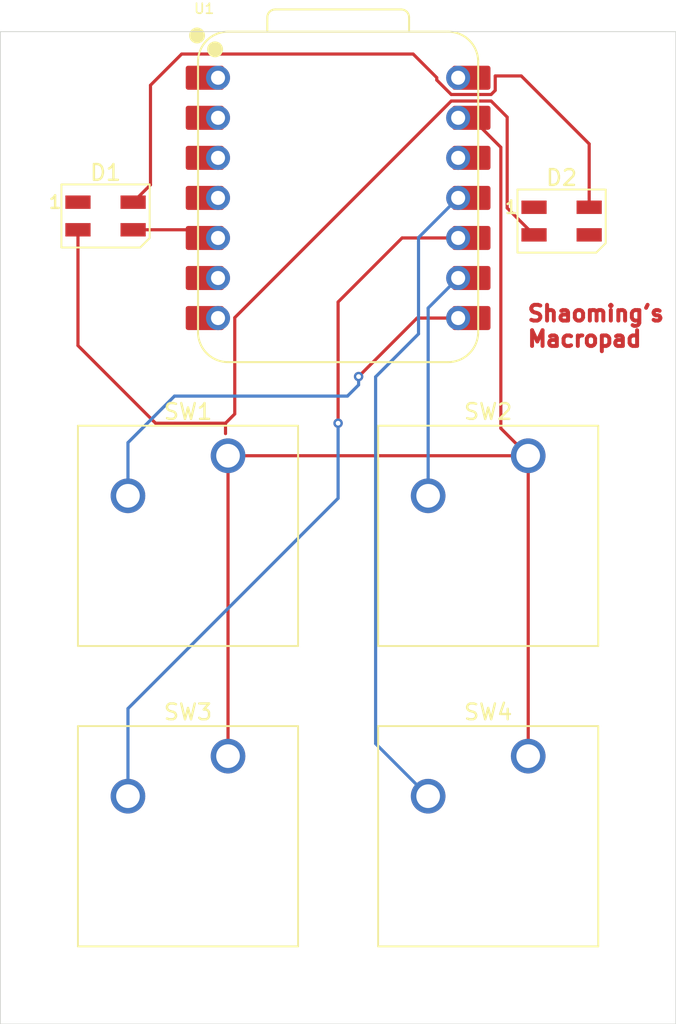
<source format=kicad_pcb>
(kicad_pcb (version 20241229) (generator "pcbnew") (generator_version "9.0")
  (layers (0 "F.Cu" signal) (2 "B.Cu" signal) (13 "F.Paste" user) (15 "B.Paste" user) (5 "F.SilkS" user "F.Silkscreen") (7 "B.SilkS" user "B.Silkscreen") (1 "F.Mask" user) (3 "B.Mask" user) (25 "Edge.Cuts" user))
  (net 0 "")
  (net 1 "Net-(D1-DIN)")
  (net 2 "Net-(D1-VDD)")
  (net 4 "Net-(D1-VSS)")
  (net 7 "Net-(U1-GPIO1{slash}RX)")
  (net 8 "GND")
  (net 9 "Net-(U1-GPIO2{slash}SCK)")
  (net 10 "Net-(U1-GPIO4{slash}MISO)")
  (net 11 "Net-(U1-GPIO3{slash}MOSI)")
  (net 18 "+5V")
  (footprint "LED_SMD:LED_SK6812MINI_PLCC4_3.5x3.5mm_P1.75mm" (layer "F.Cu") (at 149.91511 44.331686)
    (property "Reference" "D2" (at 0 -2.75 0) (layer "F.SilkS"))
    (property "Value" "SK6812MINI")
    (fp_line (start -2.8 -2) (end -2.8 2) (stroke (width 0.12)) (layer "F.SilkS"))
    (fp_line (start -2.8 -2) (end 2.8 -2) (stroke (width 0.12)) (layer "F.SilkS"))
    (fp_line (start -2.8 2) (end 2.2 2) (stroke (width 0.12)) (layer "F.SilkS"))
    (fp_line (start 2.8 1.4) (end 2.2 2) (stroke (width 0.12)) (layer "F.SilkS"))
    (fp_line (start 2.8 1.4) (end 2.8 -2) (stroke (width 0.12)) (layer "F.SilkS"))
    (fp_text user "1" (at -3.2 -0.875 0) (layer "F.SilkS") (effects (font (size 0.8 0.8))))
    (pad "1" smd rect (at -1.75 -0.875) (size 1.6 0.85) (layers "F.Cu" "F.Mask" "F.Paste"))
    (pad "2" smd rect (at -1.75 0.875) (size 1.6 0.85) (layers "F.Cu" "F.Mask" "F.Paste") (net 4 "Net-(D1-VSS)"))
    (pad "3" smd rect (at 1.75 0.875) (size 1.6 0.85) (layers "F.Cu" "F.Mask" "F.Paste"))
    (pad "4" smd rect (at 1.75 -0.875) (size 1.6 0.85) (layers "F.Cu" "F.Mask" "F.Paste") (net 2 "Net-(D1-VDD)"))
  )
  (footprint "LED_SMD:LED_SK6812MINI_PLCC4_3.5x3.5mm_P1.75mm" (layer "F.Cu") (at 120.973195 44.008801)
    (property "Reference" "D1" (at 0 -2.75 0) (layer "F.SilkS"))
    (property "Value" "SK6812MINI")
    (fp_line (start -2.8 -2) (end -2.8 2) (stroke (width 0.12)) (layer "F.SilkS"))
    (fp_line (start -2.8 -2) (end 2.8 -2) (stroke (width 0.12)) (layer "F.SilkS"))
    (fp_line (start -2.8 2) (end 2.2 2) (stroke (width 0.12)) (layer "F.SilkS"))
    (fp_line (start 2.8 1.4) (end 2.2 2) (stroke (width 0.12)) (layer "F.SilkS"))
    (fp_line (start 2.8 1.4) (end 2.8 -2) (stroke (width 0.12)) (layer "F.SilkS"))
    (fp_text user "1" (at -3.2 -0.875 0) (layer "F.SilkS") (effects (font (size 0.8 0.8))))
    (pad "1" smd rect (at -1.75 -0.875) (size 1.6 0.85) (layers "F.Cu" "F.Mask" "F.Paste"))
    (pad "2" smd rect (at -1.75 0.875) (size 1.6 0.85) (layers "F.Cu" "F.Mask" "F.Paste") (net 4 "Net-(D1-VSS)"))
    (pad "3" smd rect (at 1.75 0.875) (size 1.6 0.85) (layers "F.Cu" "F.Mask" "F.Paste") (net 1 "Net-(D1-DIN)"))
    (pad "4" smd rect (at 1.75 -0.875) (size 1.6 0.85) (layers "F.Cu" "F.Mask" "F.Paste") (net 2 "Net-(D1-VDD)"))
  )
  (footprint "Button_Switch_Keyboard:SW_Cherry_MX_1.00u_PCB" (layer "F.Cu") (at 128.74625 59.21375)
    (property "Reference" "SW1" (at -2.54 -2.794 0) (layer "F.SilkS"))
    (property "Value" "SW_Push")
    (fp_line (start -9.525 -1.905) (end 4.445 -1.905) (stroke (width 0.12)) (layer "F.SilkS"))
    (fp_line (start -9.525 12.065) (end -9.525 -1.905) (stroke (width 0.12)) (layer "F.SilkS"))
    (fp_line (start 4.445 -1.905) (end 4.445 12.065) (stroke (width 0.12)) (layer "F.SilkS"))
    (fp_line (start 4.445 12.065) (end -9.525 12.065) (stroke (width 0.12)) (layer "F.SilkS"))
    (pad "" np_thru_hole circle (at -7.62 5.08) (size 1.7 1.7) (drill 1.7) (layers "*.Cu" "*.Mask"))
    (pad "" np_thru_hole circle (at -2.54 5.08) (size 4 4) (drill 4) (layers "*.Cu" "*.Mask"))
    (pad "" np_thru_hole circle (at 2.54 5.08) (size 1.7 1.7) (drill 1.7) (layers "*.Cu" "*.Mask"))
    (pad "1" thru_hole circle (at 0 0) (size 2.2 2.2) (drill 1.5) (layers "*.Cu" "*.Mask") (net 8 "GND"))
    (pad "2" thru_hole circle (at -6.35 2.54) (size 2.2 2.2) (drill 1.5) (layers "*.Cu" "*.Mask") (net 7 "Net-(U1-GPIO1{slash}RX)"))
  )
  (footprint "Button_Switch_Keyboard:SW_Cherry_MX_1.00u_PCB" (layer "F.Cu") (at 147.79625 59.21375)
    (property "Reference" "SW2" (at -2.54 -2.794 0) (layer "F.SilkS"))
    (property "Value" "SW_Push")
    (fp_line (start -9.525 -1.905) (end 4.445 -1.905) (stroke (width 0.12)) (layer "F.SilkS"))
    (fp_line (start -9.525 12.065) (end -9.525 -1.905) (stroke (width 0.12)) (layer "F.SilkS"))
    (fp_line (start 4.445 -1.905) (end 4.445 12.065) (stroke (width 0.12)) (layer "F.SilkS"))
    (fp_line (start 4.445 12.065) (end -9.525 12.065) (stroke (width 0.12)) (layer "F.SilkS"))
    (pad "" np_thru_hole circle (at -7.62 5.08) (size 1.7 1.7) (drill 1.7) (layers "*.Cu" "*.Mask"))
    (pad "" np_thru_hole circle (at -2.54 5.08) (size 4 4) (drill 4) (layers "*.Cu" "*.Mask"))
    (pad "" np_thru_hole circle (at 2.54 5.08) (size 1.7 1.7) (drill 1.7) (layers "*.Cu" "*.Mask"))
    (pad "1" thru_hole circle (at 0 0) (size 2.2 2.2) (drill 1.5) (layers "*.Cu" "*.Mask") (net 8 "GND"))
    (pad "2" thru_hole circle (at -6.35 2.54) (size 2.2 2.2) (drill 1.5) (layers "*.Cu" "*.Mask") (net 9 "Net-(U1-GPIO2{slash}SCK)"))
  )
  (footprint "Button_Switch_Keyboard:SW_Cherry_MX_1.00u_PCB" (layer "F.Cu") (at 128.74625 78.26375)
    (property "Reference" "SW3" (at -2.54 -2.794 0) (layer "F.SilkS"))
    (property "Value" "SW_Push")
    (fp_line (start -9.525 -1.905) (end 4.445 -1.905) (stroke (width 0.12)) (layer "F.SilkS"))
    (fp_line (start -9.525 12.065) (end -9.525 -1.905) (stroke (width 0.12)) (layer "F.SilkS"))
    (fp_line (start 4.445 -1.905) (end 4.445 12.065) (stroke (width 0.12)) (layer "F.SilkS"))
    (fp_line (start 4.445 12.065) (end -9.525 12.065) (stroke (width 0.12)) (layer "F.SilkS"))
    (pad "" np_thru_hole circle (at -7.62 5.08) (size 1.7 1.7) (drill 1.7) (layers "*.Cu" "*.Mask"))
    (pad "" np_thru_hole circle (at -2.54 5.08) (size 4 4) (drill 4) (layers "*.Cu" "*.Mask"))
    (pad "" np_thru_hole circle (at 2.54 5.08) (size 1.7 1.7) (drill 1.7) (layers "*.Cu" "*.Mask"))
    (pad "1" thru_hole circle (at 0 0) (size 2.2 2.2) (drill 1.5) (layers "*.Cu" "*.Mask") (net 8 "GND"))
    (pad "2" thru_hole circle (at -6.35 2.54) (size 2.2 2.2) (drill 1.5) (layers "*.Cu" "*.Mask") (net 10 "Net-(U1-GPIO4{slash}MISO)"))
  )
  (footprint "OPL Library:XIAO-RP2040-DIP" (layer "F.Cu") (at 135.73125 42.8625)
    (property "Reference" "U1" (at -8.5 -12 0) (layer "F.SilkS") (effects (font (size 0.635 0.635) (thickness 0.1016))))
    (property "Value" "XIAO-RP2040-DIP")
    (fp_line (start -8.89 8.509) (end -8.89 -8.636) (stroke (width 0.127)) (layer "F.SilkS"))
    (fp_line (start -6.985 10.414) (end 6.985 10.414) (stroke (width 0.127)) (layer "F.SilkS"))
    (fp_line (start -4.495 -10.541) (end -4.491272 -11.451272) (stroke (width 0.127)) (layer "F.SilkS"))
    (fp_line (start -3.991272 -11.951) (end 4.004 -11.951) (stroke (width 0.127)) (layer "F.SilkS"))
    (fp_line (start 4.504 -11.451) (end 4.504 -10.541) (stroke (width 0.127)) (layer "F.SilkS"))
    (fp_line (start 6.985 -10.541) (end -6.985 -10.541) (stroke (width 0.1)) (layer "F.SilkS"))
    (fp_line (start 6.985 -10.541) (end -6.985 -10.541) (stroke (width 0.127)) (layer "F.SilkS"))
    (fp_line (start 8.89 8.509) (end 8.89 -8.636) (stroke (width 0.127)) (layer "F.SilkS"))
    (fp_arc (start -8.89 -8.636) (mid -8.332038 -9.983038) (end -6.985 -10.541) (stroke (width 0.127)) (layer "F.SilkS"))
    (fp_arc (start -6.985 10.414) (mid -8.332038 9.856038) (end -8.89 8.509) (stroke (width 0.127)) (layer "F.SilkS"))
    (fp_arc (start -4.491272 -11.451272) (mid -4.344728 -11.80464) (end -3.991272 -11.951) (stroke (width 0.127)) (layer "F.SilkS"))
    (fp_arc (start 4.004 -11.951) (mid 4.357553 -11.804553) (end 4.504 -11.451) (stroke (width 0.127)) (layer "F.SilkS"))
    (fp_arc (start 6.985 -10.541) (mid 8.332038 -9.983038) (end 8.89 -8.636) (stroke (width 0.127)) (layer "F.SilkS"))
    (fp_arc (start 8.89 8.509) (mid 8.332038 9.856038) (end 6.985 10.414) (stroke (width 0.127)) (layer "F.SilkS"))
    (fp_circle (center -8.95 -10.3) (end -8.95 -10.554) (stroke (width 0.5)) (fill yes) (layer "F.SilkS"))
    (fp_circle (center -7.807 -9.42) (end -7.807 -9.674) (stroke (width 0.5)) (fill yes) (layer "F.SilkS"))
    (pad "1" smd roundrect (at -8.455 -7.62 180) (size 2.432 1.524) (layers "F.Cu" "F.Mask") (roundrect_rratio 0.1))
    (pad "1" thru_hole circle (at -7.62 -7.62 180) (size 1.524 1.524) (drill 0.889) (layers "*.Cu" "*.Mask"))
    (pad "2" smd roundrect (at -8.455 -5.08 180) (size 2.432 1.524) (layers "F.Cu" "F.Mask") (roundrect_rratio 0.1))
    (pad "2" thru_hole circle (at -7.62 -5.08 180) (size 1.524 1.524) (drill 0.889) (layers "*.Cu" "*.Mask"))
    (pad "3" smd roundrect (at -8.455 -2.54 180) (size 2.432 1.524) (layers "F.Cu" "F.Mask") (roundrect_rratio 0.1))
    (pad "3" thru_hole circle (at -7.62 -2.54 180) (size 1.524 1.524) (drill 0.889) (layers "*.Cu" "*.Mask"))
    (pad "4" smd roundrect (at -8.455 0 180) (size 2.432 1.524) (layers "F.Cu" "F.Mask") (roundrect_rratio 0.1))
    (pad "4" thru_hole circle (at -7.62 0 180) (size 1.524 1.524) (drill 0.889) (layers "*.Cu" "*.Mask"))
    (pad "5" smd roundrect (at -8.455 2.54 180) (size 2.432 1.524) (layers "F.Cu" "F.Mask") (roundrect_rratio 0.1) (net 1 "Net-(D1-DIN)"))
    (pad "5" thru_hole circle (at -7.62 2.54 180) (size 1.524 1.524) (drill 0.889) (layers "*.Cu" "*.Mask") (net 1 "Net-(D1-DIN)"))
    (pad "6" smd roundrect (at -8.455 5.08 180) (size 2.432 1.524) (layers "F.Cu" "F.Mask") (roundrect_rratio 0.1))
    (pad "6" thru_hole circle (at -7.62 5.08 180) (size 1.524 1.524) (drill 0.889) (layers "*.Cu" "*.Mask"))
    (pad "7" smd roundrect (at -8.455 7.62 180) (size 2.432 1.524) (layers "F.Cu" "F.Mask") (roundrect_rratio 0.1))
    (pad "7" thru_hole circle (at -7.62 7.62 180) (size 1.524 1.524) (drill 0.889) (layers "*.Cu" "*.Mask"))
    (pad "8" thru_hole circle (at 7.62 7.62) (size 1.524 1.524) (drill 0.889) (layers "*.Cu" "*.Mask") (net 7 "Net-(U1-GPIO1{slash}RX)"))
    (pad "8" smd roundrect (at 8.455 7.62) (size 2.432 1.524) (layers "F.Cu" "F.Mask") (roundrect_rratio 0.1) (net 7 "Net-(U1-GPIO1{slash}RX)"))
    (pad "9" thru_hole circle (at 7.62 5.08) (size 1.524 1.524) (drill 0.889) (layers "*.Cu" "*.Mask") (net 9 "Net-(U1-GPIO2{slash}SCK)"))
    (pad "9" smd roundrect (at 8.455 5.08) (size 2.432 1.524) (layers "F.Cu" "F.Mask") (roundrect_rratio 0.1) (net 9 "Net-(U1-GPIO2{slash}SCK)"))
    (pad "10" thru_hole circle (at 7.62 2.54) (size 1.524 1.524) (drill 0.889) (layers "*.Cu" "*.Mask") (net 10 "Net-(U1-GPIO4{slash}MISO)"))
    (pad "10" smd roundrect (at 8.455 2.54) (size 2.432 1.524) (layers "F.Cu" "F.Mask") (roundrect_rratio 0.1) (net 10 "Net-(U1-GPIO4{slash}MISO)"))
    (pad "11" thru_hole circle (at 7.62 0) (size 1.524 1.524) (drill 0.889) (layers "*.Cu" "*.Mask") (net 11 "Net-(U1-GPIO3{slash}MOSI)"))
    (pad "11" smd roundrect (at 8.455 0) (size 2.432 1.524) (layers "F.Cu" "F.Mask") (roundrect_rratio 0.1) (net 11 "Net-(U1-GPIO3{slash}MOSI)"))
    (pad "12" thru_hole circle (at 7.62 -2.54) (size 1.524 1.524) (drill 0.889) (layers "*.Cu" "*.Mask"))
    (pad "12" smd roundrect (at 8.455 -2.54) (size 2.432 1.524) (layers "F.Cu" "F.Mask") (roundrect_rratio 0.1))
    (pad "13" thru_hole circle (at 7.62 -5.08) (size 1.524 1.524) (drill 0.889) (layers "*.Cu" "*.Mask") (net 8 "GND"))
    (pad "13" smd roundrect (at 8.455 -5.08) (size 2.432 1.524) (layers "F.Cu" "F.Mask") (roundrect_rratio 0.1) (net 8 "GND"))
    (pad "14" thru_hole circle (at 7.62 -7.62) (size 1.524 1.524) (drill 0.889) (layers "*.Cu" "*.Mask") (net 18 "+5V"))
    (pad "14" smd roundrect (at 8.455 -7.62) (size 2.432 1.524) (layers "F.Cu" "F.Mask") (roundrect_rratio 0.1) (net 18 "+5V"))
  )
  (footprint "Button_Switch_Keyboard:SW_Cherry_MX_1.00u_PCB" (layer "F.Cu") (at 147.79625 78.26375)
    (property "Reference" "SW4" (at -2.54 -2.794 0) (layer "F.SilkS"))
    (property "Value" "SW_Push")
    (fp_line (start -9.525 -1.905) (end 4.445 -1.905) (stroke (width 0.12)) (layer "F.SilkS"))
    (fp_line (start -9.525 12.065) (end -9.525 -1.905) (stroke (width 0.12)) (layer "F.SilkS"))
    (fp_line (start 4.445 -1.905) (end 4.445 12.065) (stroke (width 0.12)) (layer "F.SilkS"))
    (fp_line (start 4.445 12.065) (end -9.525 12.065) (stroke (width 0.12)) (layer "F.SilkS"))
    (pad "" np_thru_hole circle (at -7.62 5.08) (size 1.7 1.7) (drill 1.7) (layers "*.Cu" "*.Mask"))
    (pad "" np_thru_hole circle (at -2.54 5.08) (size 4 4) (drill 4) (layers "*.Cu" "*.Mask"))
    (pad "" np_thru_hole circle (at 2.54 5.08) (size 1.7 1.7) (drill 1.7) (layers "*.Cu" "*.Mask"))
    (pad "1" thru_hole circle (at 0 0) (size 2.2 2.2) (drill 1.5) (layers "*.Cu" "*.Mask") (net 8 "GND"))
    (pad "2" thru_hole circle (at -6.35 2.54) (size 2.2 2.2) (drill 1.5) (layers "*.Cu" "*.Mask") (net 11 "Net-(U1-GPIO3{slash}MOSI)"))
  )
  (gr_rect (start 114.3 32.320004) (end 157.1625 95.25) (stroke (width 0.05)) (fill no) (layer "Edge.Cuts"))
  (gr_text "Shaoming's\nMacropad" (at 147.6375 52.3875 0) (layer "F.Cu") (effects (font (size 1 1) (thickness 0.25) (bold yes)) (justify left bottom)))
  (segment (start 127.592551 44.883801) (end 128.11125 45.4025) (width 0.2) (layer "F.Cu") (net 1))
  (segment (start 122.723195 44.883801) (end 127.592551 44.883801) (width 0.2) (layer "F.Cu") (net 1))
  (segment (start 123.825 42.031996) (end 122.723195 43.133801) (width 0.2) (layer "F.Cu") (net 2))
  (segment (start 151.66511 39.437455) (end 147.355674 35.128019) (width 0.2) (layer "F.Cu") (net 2))
  (segment (start 123.825 35.71875) (end 123.825 42.031996) (width 0.2) (layer "F.Cu") (net 2))
  (segment (start 141.994033 35.388593) (end 141.994033 35.238783) (width 0.2) (layer "F.Cu") (net 2))
  (segment (start 145.70325 35.128019) (end 145.70325 36.044126) (width 0.2) (layer "F.Cu") (net 2))
  (segment (start 141.994033 35.238783) (end 140.49375 33.7385) (width 0.2) (layer "F.Cu") (net 2))
  (segment (start 147.355674 35.128019) (end 145.70325 35.128019) (width 0.2) (layer "F.Cu") (net 2))
  (segment (start 145.70325 36.044126) (end 145.441876 36.3055) (width 0.2) (layer "F.Cu") (net 2))
  (segment (start 142.91094 36.3055) (end 141.994033 35.388593) (width 0.2) (layer "F.Cu") (net 2))
  (segment (start 125.80525 33.7385) (end 123.825 35.71875) (width 0.2) (layer "F.Cu") (net 2))
  (segment (start 140.49375 33.7385) (end 125.80525 33.7385) (width 0.2) (layer "F.Cu") (net 2))
  (segment (start 145.441876 36.3055) (end 142.91094 36.3055) (width 0.2) (layer "F.Cu") (net 2))
  (segment (start 151.66511 43.456686) (end 151.66511 39.437455) (width 0.2) (layer "F.Cu") (net 2))
  (segment (start 146.46121 43.502786) (end 146.46121 37.738834) (width 0.2) (layer "F.Cu") (net 4))
  (segment (start 145.441876 36.7195) (end 142.91094 36.7195) (width 0.2) (layer "F.Cu") (net 4))
  (segment (start 119.223195 52.226805) (end 124.14639 57.15) (width 0.2) (layer "F.Cu") (net 4))
  (segment (start 119.223195 44.883801) (end 119.223195 52.226805) (width 0.2) (layer "F.Cu") (net 4))
  (segment (start 142.91094 36.7195) (end 129.17425 50.45619) (width 0.2) (layer "F.Cu") (net 4))
  (segment (start 129.17425 56.56325) (end 128.5875 57.15) (width 0.2) (layer "F.Cu") (net 4))
  (segment (start 146.46121 37.738834) (end 145.441876 36.7195) (width 0.2) (layer "F.Cu") (net 4))
  (segment (start 128.5875 57.15) (end 128.5875 57.81275) (width 0.2) (layer "F.Cu") (net 4))
  (segment (start 124.14639 57.15) (end 128.5875 57.15) (width 0.2) (layer "F.Cu") (net 4))
  (segment (start 148.16511 45.206686) (end 146.46121 43.502786) (width 0.2) (layer "F.Cu") (net 4))
  (segment (start 148.16511 45.206686) (end 148.19725 45.238826) (width 0.2) (layer "F.Cu") (net 4))
  (segment (start 129.17425 50.45619) (end 129.17425 56.56325) (width 0.2) (layer "F.Cu") (net 4))
  (segment (start 140.742897 50.4825) (end 143.35125 50.4825) (width 0.2) (layer "F.Cu") (net 7))
  (segment (start 137.033103 54.192294) (end 140.742897 50.4825) (width 0.2) (layer "F.Cu") (net 7))
  (via (at 137.033103 54.192294) (size 0.6) (drill 0.3) (layers "F.Cu" "B.Cu") (net 7))
  (segment (start 122.39625 61.75375) (end 122.39625 58.383443) (width 0.2) (layer "B.Cu") (net 7))
  (segment (start 122.39625 58.383443) (end 125.349136 55.430557) (width 0.2) (layer "B.Cu") (net 7))
  (segment (start 136.325799 55.430557) (end 137.033103 54.723253) (width 0.2) (layer "B.Cu") (net 7))
  (segment (start 125.349136 55.430557) (end 136.325799 55.430557) (width 0.2) (layer "B.Cu") (net 7))
  (segment (start 137.033103 54.723253) (end 137.033103 54.192294) (width 0.2) (layer "B.Cu") (net 7))
  (segment (start 128.74625 59.21375) (end 128.74625 59.3725) (width 0.2) (layer "F.Cu") (net 8))
  (segment (start 144.18625 37.7825) (end 146.06021 39.65646) (width 0.2) (layer "F.Cu") (net 8))
  (segment (start 146.06021 57.47771) (end 147.79625 59.21375) (width 0.2) (layer "F.Cu") (net 8))
  (segment (start 128.74625 78.26375) (end 128.74625 59.21375) (width 0.2) (layer "F.Cu") (net 8))
  (segment (start 128.74625 59.3725) (end 128.5875 59.53125) (width 0.2) (layer "F.Cu") (net 8))
  (segment (start 146.06021 39.65646) (end 146.06021 57.47771) (width 0.2) (layer "F.Cu") (net 8))
  (segment (start 147.79625 59.21375) (end 128.74625 59.21375) (width 0.2) (layer "F.Cu") (net 8))
  (segment (start 147.79625 59.21375) (end 147.79625 78.26375) (width 0.2) (layer "F.Cu") (net 8))
  (segment (start 141.44625 49.8475) (end 143.35125 47.9425) (width 0.2) (layer "B.Cu") (net 9))
  (segment (start 141.44625 61.75375) (end 141.44625 49.8475) (width 0.2) (layer "B.Cu") (net 9))
  (segment (start 143.35125 45.4025) (end 139.791896 45.4025) (width 0.2) (layer "F.Cu") (net 10))
  (segment (start 139.791896 45.4025) (end 135.73125 49.463146) (width 0.2) (layer "F.Cu") (net 10))
  (segment (start 135.73125 49.463146) (end 135.73125 57.15) (width 0.2) (layer "F.Cu") (net 10))
  (via (at 135.73125 57.15) (size 0.6) (drill 0.3) (layers "F.Cu" "B.Cu") (net 10))
  (segment (start 122.39625 80.80375) (end 122.39625 75.2475) (width 0.2) (layer "B.Cu") (net 10))
  (segment (start 123.825 73.81875) (end 135.73125 61.9125) (width 0.2) (layer "B.Cu") (net 10))
  (segment (start 122.39625 75.2475) (end 123.825 73.81875) (width 0.2) (layer "B.Cu") (net 10))
  (segment (start 135.73125 61.9125) (end 135.73125 57.15) (width 0.2) (layer "B.Cu") (net 10))
  (segment (start 138.1125 77.47) (end 138.1125 54.210956) (width 0.2) (layer "B.Cu") (net 11))
  (segment (start 140.835344 45.378406) (end 143.35125 42.8625) (width 0.2) (layer "B.Cu") (net 11))
  (segment (start 140.835344 51.488112) (end 140.835344 45.378406) (width 0.2) (layer "B.Cu") (net 11))
  (segment (start 138.1125 54.210956) (end 140.835344 51.488112) (width 0.2) (layer "B.Cu") (net 11))
  (segment (start 141.44625 80.80375) (end 138.1125 77.47) (width 0.2) (layer "B.Cu") (net 11))
  (segment (start 143.35125 35.2425) (end 144.18625 35.2425) (width 0.2) (layer "F.Cu") (net 18))
)
</source>
